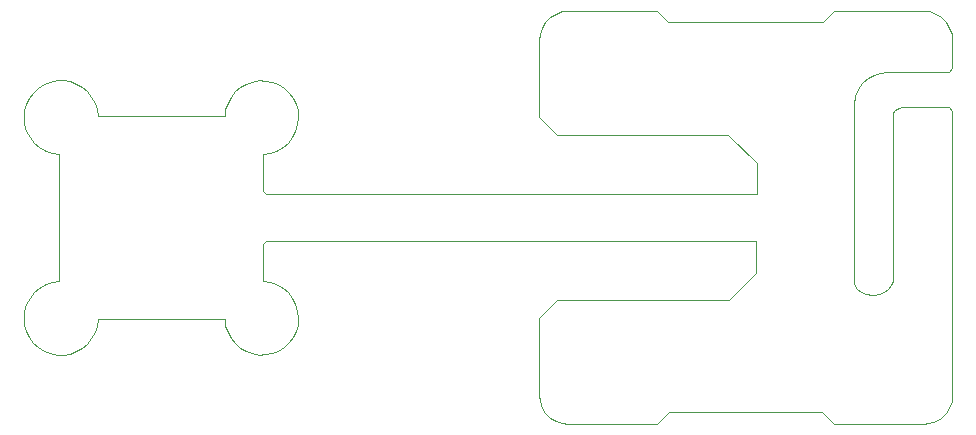
<source format=gm1>
G04 Layer_Color=16711935*
%FSAX42Y42*%
%MOMM*%
G71*
G01*
G75*
%ADD45C,0.08*%
D45*
X012449Y004750D02*
X013199D01*
X012348Y004851D02*
X012449Y004750D01*
X010199D02*
X010949D01*
X011051Y004851D01*
X012449Y008250D02*
X013199D01*
X012355Y008156D02*
X012449Y008250D01*
X010199D02*
X010949D01*
X011043Y008156D01*
X005887Y005962D02*
Y007037D01*
X005828Y007046D02*
X005887Y007037D01*
X005772Y007065D02*
X005828Y007046D01*
X005720Y007094D02*
X005772Y007065D01*
X005675Y007133D02*
X005720Y007094D01*
X005637Y007180D02*
X005675Y007133D01*
X005610Y007233D02*
X005637Y007180D01*
X005593Y007290D02*
X005610Y007233D01*
X005587Y007350D02*
X005593Y007290D01*
X005587Y007350D02*
X005593Y007407D01*
X005608Y007461D01*
X005633Y007513D01*
X005667Y007558D01*
X005709Y007597D01*
X005757Y007628D01*
X005810Y007649D01*
X005865Y007661D01*
X005922Y007662D01*
X005978Y007653D01*
X006032Y007633D01*
X006081Y007605D01*
X006125Y007568D01*
X006160Y007523D01*
X006188Y007473D01*
X006205Y007419D01*
X006213Y007363D01*
X007288Y007363D01*
X007295Y007419D01*
X007313Y007473D01*
X007340Y007522D01*
X007376Y007567D01*
X007419Y007603D01*
X007468Y007632D01*
X007521Y007651D01*
X007577Y007660D01*
X007633Y007659D01*
X007689Y007648D01*
X007742Y007627D01*
X007789Y007597D01*
X007831Y007558D01*
X007865Y007513D01*
X007890Y007462D01*
X007906Y007407D01*
X007911Y007351D01*
X007911Y007351D02*
X007911Y007351D01*
X007911Y007351D02*
X007911Y007351D01*
X007910Y007351D02*
X007911Y007351D01*
X007910Y007350D02*
X007910Y007351D01*
X007910Y007350D02*
X007910Y007350D01*
X007910Y007350D02*
X007910Y007350D01*
X007909Y007349D02*
X007910Y007350D01*
X007909Y007349D02*
X007910Y007349D01*
X007910Y007348D01*
X007910Y007348D01*
X007910Y007348D01*
X007911Y007347D01*
X007911Y007347D01*
X007911Y007347D01*
X007905Y007288D02*
X007911Y007347D01*
X007888Y007231D02*
X007905Y007288D01*
X007861Y007179D02*
X007888Y007231D01*
X007824Y007132D02*
X007861Y007179D01*
X007779Y007094D02*
X007824Y007132D01*
X007727Y007065D02*
X007779Y007094D01*
X007671Y007045D02*
X007727Y007065D01*
X007612Y007037D02*
X007671Y007045D01*
X007612Y006730D02*
Y007037D01*
X007612Y006730D02*
X007612Y006730D01*
X007611Y006730D02*
X007612Y006730D01*
X007611Y006729D02*
X007611Y006730D01*
X007611Y006729D02*
X007611Y006729D01*
X007610Y006729D02*
X007611Y006729D01*
X007610Y006728D02*
X007610Y006729D01*
X007610Y006728D02*
X007610Y006728D01*
X007610Y006728D02*
X007610Y006728D01*
X007610Y006727D01*
X007611Y006727D01*
X007611Y006726D01*
X007611Y006726D01*
X007612Y006726D01*
X007612Y006726D01*
X007612Y006726D01*
X007613Y006726D01*
X007613Y006726D01*
X007613Y006727D01*
X007639Y006701D01*
X007638Y006701D02*
X007639Y006701D01*
X007638Y006700D02*
X007638Y006701D01*
X007638Y006700D02*
X007638Y006700D01*
X007638Y006700D02*
X007638Y006700D01*
X007638Y006699D01*
X007639Y006699D01*
X007639Y006699D01*
X007639Y006698D01*
X007640Y006698D01*
X007640Y006698D01*
X007640D01*
X007641Y006698D01*
X007641Y006698D01*
X007641Y006699D01*
X007642Y006699D01*
X007642Y006699D01*
X007642Y006700D01*
X007642Y006700D01*
X011793D01*
Y006957D01*
X011549Y007200D02*
X011793Y006957D01*
X010099Y007200D02*
X011549D01*
X009949Y007350D02*
X010099Y007200D01*
X009949Y007350D02*
Y008000D01*
X009956Y008056D01*
X009974Y008108D01*
X010004Y008156D01*
X010043Y008195D01*
X010091Y008225D01*
X010144Y008244D01*
X010199Y008250D01*
X011043Y008156D02*
X012355D01*
X013199Y008250D02*
X013255Y008244D01*
X013308Y008225D01*
X013355Y008195D01*
X013395Y008156D01*
X013425Y008108D01*
X013443Y008056D01*
X013449Y008000D01*
Y007763D02*
Y008000D01*
X013418Y007732D02*
X013449Y007763D01*
X012897Y007732D02*
X013418D01*
X012841Y007726D02*
X012897Y007732D01*
X012787Y007710D02*
X012841Y007726D01*
X012738Y007683D02*
X012787Y007710D01*
X012694Y007648D02*
X012738Y007683D01*
X012687Y007640D02*
X012694Y007648D01*
X012647Y007588D02*
X012687Y007640D01*
X012622Y007528D02*
X012647Y007588D01*
X012613Y007462D02*
X012622Y007528D01*
X012613Y005971D02*
Y007462D01*
Y005971D02*
X012616Y005944D01*
X012627Y005919D01*
X012643Y005898D01*
X012679Y005870D01*
X012721Y005853D01*
X012766Y005847D01*
X012789D01*
X012831Y005853D01*
X012871Y005869D01*
X012905Y005895D01*
X012928Y005926D01*
X012943Y005961D01*
X012948Y006000D01*
Y007372D01*
X012950Y007386D01*
X012955Y007398D01*
X012963Y007409D01*
X012980Y007422D01*
X012998Y007429D01*
X013019Y007432D01*
X013421D01*
X013449Y007403D01*
Y005000D02*
Y007403D01*
X013443Y004944D02*
X013449Y005000D01*
X013425Y004891D02*
X013443Y004944D01*
X013395Y004844D02*
X013425Y004891D01*
X013355Y004804D02*
X013395Y004844D01*
X013308Y004775D02*
X013355Y004804D01*
X013255Y004756D02*
X013308Y004775D01*
X013199Y004750D02*
X013255Y004756D01*
X011051Y004851D02*
X012348D01*
X010144Y004756D02*
X010199Y004750D01*
X010091Y004775D02*
X010144Y004756D01*
X010043Y004804D02*
X010091Y004775D01*
X010004Y004844D02*
X010043Y004804D01*
X009974Y004891D02*
X010004Y004844D01*
X009956Y004944D02*
X009974Y004891D01*
X009949Y005000D02*
X009956Y004944D01*
X009949Y005000D02*
Y005650D01*
X010099Y005800D01*
X011557D01*
X011790Y006032D01*
Y006300D01*
X007640D02*
X011790D01*
X007640Y006300D02*
X007640Y006300D01*
X007640Y006301D02*
X007640Y006300D01*
X007639Y006301D02*
X007640Y006301D01*
X007639Y006301D02*
X007639Y006301D01*
X007639Y006302D02*
X007639Y006301D01*
X007638Y006302D02*
X007639Y006302D01*
X007638Y006302D02*
X007638Y006302D01*
X007638Y006302D02*
X007638D01*
X007637Y006302D02*
X007638Y006302D01*
X007637Y006302D02*
X007637Y006302D01*
X007637Y006301D02*
X007637Y006302D01*
X007636Y006301D02*
X007637Y006301D01*
X007636Y006301D02*
X007636Y006301D01*
X007636Y006300D02*
X007636Y006301D01*
X007636Y006300D02*
X007636Y006300D01*
X007636Y006300D02*
X007636Y006299D01*
X007636Y006299D01*
X007637Y006299D01*
X007614Y006276D02*
X007637Y006299D01*
X007613Y006276D02*
X007614Y006276D01*
X007613Y006276D02*
X007613Y006276D01*
X007612Y006276D02*
X007613Y006276D01*
X007612Y006276D02*
X007612Y006276D01*
X007612Y006276D02*
X007612Y006276D01*
X007611Y006276D02*
X007612Y006276D01*
X007611Y006276D02*
X007611Y006276D01*
X007611Y006275D02*
X007611Y006276D01*
X007610Y006275D02*
X007611Y006275D01*
X007610Y006275D02*
X007610Y006275D01*
X007610Y006274D02*
X007610Y006275D01*
X007610Y006274D02*
X007610Y006274D01*
X007610Y006273D01*
X007611Y006273D01*
X007611Y006273D01*
X007611Y006273D01*
X007612Y006272D01*
X007612Y006272D01*
Y005962D02*
Y006272D01*
Y005962D02*
X007671Y005954D01*
X007727Y005935D01*
X007779Y005906D01*
X007824Y005867D01*
X007861Y005821D01*
X007888Y005768D01*
X007905Y005712D01*
X007911Y005653D01*
X007911Y005652D02*
X007911Y005653D01*
X007911Y005652D02*
X007911Y005652D01*
X007910Y005652D02*
X007911Y005652D01*
X007910Y005652D02*
X007910Y005652D01*
X007910Y005651D02*
X007910Y005652D01*
X007910Y005651D02*
X007910Y005651D01*
X007910Y005651D02*
X007910Y005651D01*
X007910Y005651D02*
X007910Y005650D01*
X007910Y005650D01*
X007910Y005649D01*
X007910Y005649D01*
X007911Y005649D01*
X007911Y005649D01*
X007911Y005649D01*
X007906Y005592D02*
X007911Y005649D01*
X007890Y005538D02*
X007906Y005592D01*
X007865Y005487D02*
X007890Y005538D01*
X007831Y005442D02*
X007865Y005487D01*
X007790Y005403D02*
X007831Y005442D01*
X007742Y005373D02*
X007790Y005403D01*
X007689Y005352D02*
X007742Y005373D01*
X007634Y005340D02*
X007689Y005352D01*
X007577Y005339D02*
X007634Y005340D01*
X007521Y005349D02*
X007577Y005339D01*
X007468Y005368D02*
X007521Y005349D01*
X007419Y005396D02*
X007468Y005368D01*
X007376Y005433D02*
X007419Y005396D01*
X007340Y005477D02*
X007376Y005433D01*
X007313Y005527D02*
X007340Y005477D01*
X007295Y005581D02*
X007313Y005527D01*
X007288Y005637D02*
X007295Y005581D01*
X006213Y005637D02*
X007288D01*
X006205Y005581D02*
X006213Y005637D01*
X006188Y005527D02*
X006205Y005581D01*
X006160Y005476D02*
X006188Y005527D01*
X006125Y005432D02*
X006160Y005476D01*
X006081Y005395D02*
X006125Y005432D01*
X006032Y005366D02*
X006081Y005395D01*
X005978Y005347D02*
X006032Y005366D01*
X005922Y005338D02*
X005978Y005347D01*
X005865Y005339D02*
X005922Y005338D01*
X005810Y005351D02*
X005865Y005339D01*
X005757Y005372D02*
X005810Y005351D01*
X005709Y005403D02*
X005757Y005372D01*
X005667Y005441D02*
X005709Y005403D01*
X005633Y005487D02*
X005667Y005441D01*
X005608Y005538D02*
X005633Y005487D01*
X005593Y005593D02*
X005608Y005538D01*
X005587Y005650D02*
X005593Y005593D01*
X005587Y005650D02*
X005593Y005709D01*
X005610Y005767D01*
X005637Y005820D01*
X005675Y005867D01*
X005720Y005905D01*
X005772Y005935D01*
X005828Y005954D01*
X005887Y005962D01*
M02*

</source>
